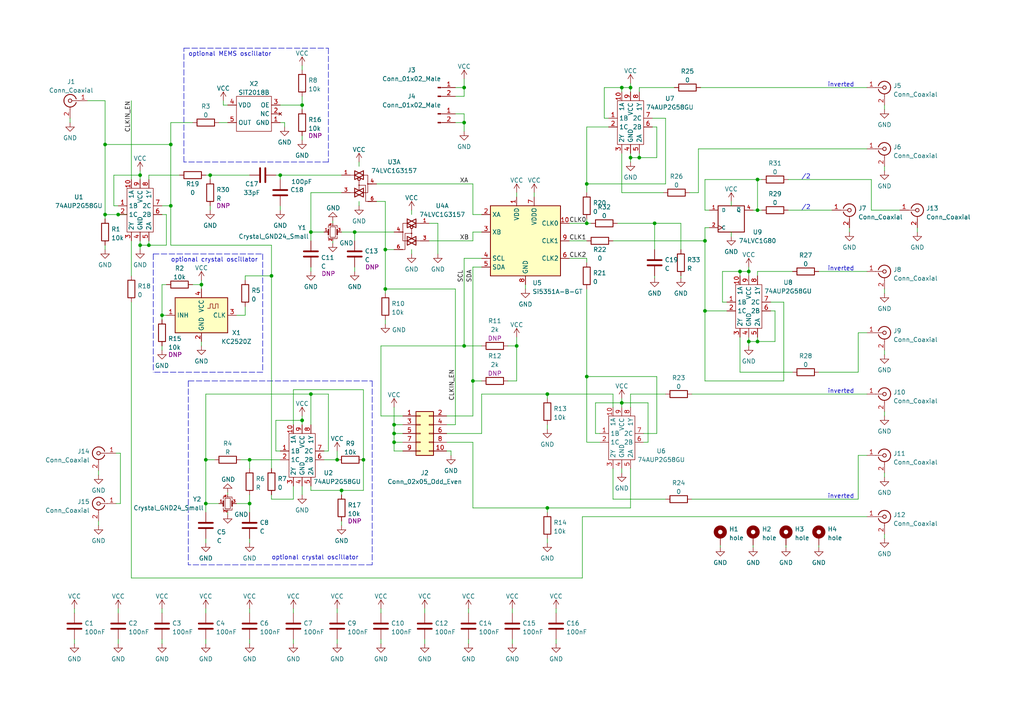
<source format=kicad_sch>
(kicad_sch (version 20211123) (generator eeschema)
  (paper "A4")
  (junction (at 114.3 128.27))
  (junction (at 170.18 109.22))
  (junction (at 204.47 90.17))
  (junction (at 30.48 62.23))
  (junction (at 170.18 64.77))
  (junction (at 34.29 62.23))
  (junction (at 182.88 25.4))
  (junction (at 182.88 45.72))
  (junction (at 81.28 50.8))
  (junction (at 49.53 41.91))
  (junction (at 180.34 25.4))
  (junction (at 137.16 110.49))
  (junction (at 72.39 146.05))
  (junction (at 217.17 78.74))
  (junction (at 219.71 52.07))
  (junction (at 90.17 67.31))
  (junction (at 87.63 30.48))
  (junction (at 49.53 59.69))
  (junction (at 180.34 116.84))
  (junction (at 59.69 146.05))
  (junction (at 87.63 121.92))
  (junction (at 134.62 100.33))
  (junction (at 40.64 71.12))
  (junction (at 72.39 133.35))
  (junction (at 134.62 25.4))
  (junction (at 149.86 100.33))
  (junction (at 90.17 114.3))
  (junction (at 170.18 53.34))
  (junction (at 111.76 72.39))
  (junction (at 58.42 82.55))
  (junction (at 111.76 83.82))
  (junction (at 219.71 60.96))
  (junction (at 185.42 45.72))
  (junction (at 217.17 99.06))
  (junction (at 114.3 123.19))
  (junction (at 97.79 133.35))
  (junction (at 189.865 64.77))
  (junction (at 114.3 125.73))
  (junction (at 134.62 35.56))
  (junction (at 78.74 80.01))
  (junction (at 158.75 114.3))
  (junction (at 105.41 133.35))
  (junction (at 46.99 91.44))
  (junction (at 59.69 133.35))
  (junction (at 40.64 50.8))
  (junction (at 158.75 147.32))
  (junction (at 99.06 142.24))
  (junction (at 219.71 99.06))
  (junction (at 60.96 50.8))
  (junction (at 204.47 69.85))
  (junction (at 43.18 71.12))
  (junction (at 214.63 78.74))
  (junction (at 30.48 41.91))
  (junction (at 102.87 67.31))
  (wire (pts (xy 49.53 59.69) (xy 49.53 41.91)))
  (wire (pts (xy 218.44 158.115) (xy 218.44 158.75)))
  (wire (pts (xy 204.47 69.85) (xy 204.47 90.17)))
  (wire (pts (xy 123.19 177.8) (xy 123.19 176.53)))
  (wire (pts (xy 105.41 133.35) (xy 105.41 142.24)))
  (wire (pts (xy 71.12 91.44) (xy 71.12 88.9)))
  (wire (pts (xy 30.48 41.91) (xy 30.48 29.21)))
  (wire (pts (xy 210.82 90.17) (xy 204.47 90.17)))
  (wire (pts (xy 170.18 64.77) (xy 170.18 63.5)))
  (wire (pts (xy 114.3 125.73) (xy 114.3 128.27)))
  (polyline (pts (xy 76.2 73.66) (xy 76.2 107.95)))
  (wire (pts (xy 30.48 63.5) (xy 30.48 62.23)))
  (wire (pts (xy 81.28 50.8) (xy 99.06 50.8)))
  (wire (pts (xy 256.54 101.6) (xy 256.54 102.87)))
  (wire (pts (xy 99.06 142.24) (xy 99.06 143.51)))
  (wire (pts (xy 85.09 144.78) (xy 78.74 144.78)))
  (wire (pts (xy 21.59 185.42) (xy 21.59 186.69)))
  (wire (pts (xy 149.86 100.33) (xy 149.86 110.49)))
  (wire (pts (xy 158.75 147.32) (xy 182.88 147.32)))
  (wire (pts (xy 60.96 52.07) (xy 60.96 50.8)))
  (wire (pts (xy 33.02 50.8) (xy 40.64 50.8)))
  (wire (pts (xy 46.99 185.42) (xy 46.99 186.69)))
  (wire (pts (xy 248.92 132.08) (xy 251.46 132.08)))
  (wire (pts (xy 182.88 44.45) (xy 182.88 45.72)))
  (wire (pts (xy 256.54 48.26) (xy 256.54 49.53)))
  (polyline (pts (xy 107.95 163.83) (xy 54.61 163.83)))
  (wire (pts (xy 214.63 78.74) (xy 214.63 80.01)))
  (wire (pts (xy 204.47 60.96) (xy 205.74 60.96)))
  (wire (pts (xy 93.98 133.35) (xy 97.79 133.35)))
  (wire (pts (xy 48.26 71.12) (xy 48.26 62.23)))
  (wire (pts (xy 137.16 62.23) (xy 139.7 62.23)))
  (wire (pts (xy 219.71 78.74) (xy 229.87 78.74)))
  (wire (pts (xy 48.26 62.23) (xy 46.99 62.23)))
  (wire (pts (xy 175.26 34.29) (xy 176.53 34.29)))
  (wire (pts (xy 217.17 78.74) (xy 214.63 78.74)))
  (wire (pts (xy 177.8 144.78) (xy 193.04 144.78)))
  (wire (pts (xy 152.4 82.55) (xy 152.4 83.82)))
  (wire (pts (xy 85.09 185.42) (xy 85.09 186.69)))
  (wire (pts (xy 102.87 77.47) (xy 102.87 78.74)))
  (polyline (pts (xy 54.61 110.49) (xy 54.61 163.83)))
  (wire (pts (xy 172.72 116.84) (xy 172.72 125.73)))
  (wire (pts (xy 33.02 50.8) (xy 33.02 59.69)))
  (wire (pts (xy 171.45 64.77) (xy 170.18 64.77)))
  (wire (pts (xy 137.16 110.49) (xy 137.16 120.65)))
  (wire (pts (xy 114.3 128.27) (xy 116.84 128.27)))
  (wire (pts (xy 186.69 128.27) (xy 187.96 128.27)))
  (wire (pts (xy 111.76 92.71) (xy 111.76 93.98)))
  (wire (pts (xy 256.54 30.48) (xy 256.54 31.75)))
  (wire (pts (xy 170.18 74.93) (xy 170.18 76.2)))
  (wire (pts (xy 68.58 146.05) (xy 72.39 146.05)))
  (wire (pts (xy 78.74 71.12) (xy 49.53 71.12)))
  (wire (pts (xy 110.49 120.65) (xy 116.84 120.65)))
  (wire (pts (xy 256.54 154.94) (xy 256.54 156.21)))
  (wire (pts (xy 180.34 25.4) (xy 175.26 25.4)))
  (wire (pts (xy 197.485 64.77) (xy 189.865 64.77)))
  (wire (pts (xy 172.72 125.73) (xy 173.99 125.73)))
  (wire (pts (xy 139.7 114.3) (xy 139.7 125.73)))
  (wire (pts (xy 175.26 25.4) (xy 175.26 34.29)))
  (wire (pts (xy 72.39 156.21) (xy 72.39 157.48)))
  (wire (pts (xy 87.63 39.37) (xy 87.63 40.64)))
  (wire (pts (xy 97.79 185.42) (xy 97.79 186.69)))
  (wire (pts (xy 252.73 60.96) (xy 260.985 60.96)))
  (wire (pts (xy 85.09 140.97) (xy 85.09 144.78)))
  (wire (pts (xy 129.54 130.81) (xy 130.81 130.81)))
  (wire (pts (xy 170.18 109.22) (xy 190.5 109.22)))
  (wire (pts (xy 237.49 78.74) (xy 251.46 78.74)))
  (wire (pts (xy 204.47 66.04) (xy 205.74 66.04)))
  (wire (pts (xy 43.18 52.07) (xy 43.18 50.8)))
  (wire (pts (xy 149.86 100.33) (xy 149.86 97.79)))
  (wire (pts (xy 137.16 128.27) (xy 129.54 128.27)))
  (wire (pts (xy 34.29 185.42) (xy 34.29 186.69)))
  (polyline (pts (xy 95.25 46.99) (xy 53.34 46.99)))
  (wire (pts (xy 114.3 123.19) (xy 114.3 125.73)))
  (wire (pts (xy 256.54 137.16) (xy 256.54 138.43)))
  (wire (pts (xy 135.89 177.8) (xy 135.89 176.53)))
  (wire (pts (xy 227.965 158.115) (xy 227.965 158.75)))
  (wire (pts (xy 193.04 53.34) (xy 170.18 53.34)))
  (wire (pts (xy 93.98 130.81) (xy 95.25 130.81)))
  (wire (pts (xy 182.88 26.67) (xy 182.88 25.4)))
  (wire (pts (xy 182.88 135.89) (xy 182.88 147.32)))
  (wire (pts (xy 173.99 128.27) (xy 170.18 128.27)))
  (wire (pts (xy 90.17 114.3) (xy 90.17 123.19)))
  (wire (pts (xy 237.49 158.115) (xy 237.49 158.75)))
  (wire (pts (xy 66.04 30.48) (xy 64.77 30.48)))
  (wire (pts (xy 154.94 57.15) (xy 154.94 55.88)))
  (wire (pts (xy 99.06 67.31) (xy 102.87 67.31)))
  (wire (pts (xy 30.48 71.12) (xy 30.48 72.39)))
  (wire (pts (xy 177.8 69.85) (xy 204.47 69.85)))
  (wire (pts (xy 209.55 78.74) (xy 209.55 87.63)))
  (wire (pts (xy 114.3 123.19) (xy 116.84 123.19)))
  (wire (pts (xy 190.5 45.72) (xy 190.5 36.83)))
  (wire (pts (xy 48.26 91.44) (xy 46.99 91.44)))
  (wire (pts (xy 40.64 52.07) (xy 40.64 50.8)))
  (wire (pts (xy 137.16 120.65) (xy 129.54 120.65)))
  (wire (pts (xy 114.3 118.11) (xy 114.3 123.19)))
  (wire (pts (xy 68.58 91.44) (xy 71.12 91.44)))
  (wire (pts (xy 95.25 114.3) (xy 90.17 114.3)))
  (wire (pts (xy 96.52 69.85) (xy 96.52 70.485)))
  (wire (pts (xy 134.62 100.33) (xy 110.49 100.33)))
  (wire (pts (xy 135.89 185.42) (xy 135.89 186.69)))
  (wire (pts (xy 90.17 67.31) (xy 90.17 69.85)))
  (wire (pts (xy 137.16 53.34) (xy 137.16 62.23)))
  (wire (pts (xy 147.32 100.33) (xy 149.86 100.33)))
  (wire (pts (xy 105.41 113.03) (xy 105.41 133.35)))
  (wire (pts (xy 104.14 48.26) (xy 104.14 46.99)))
  (wire (pts (xy 197.485 72.39) (xy 197.485 64.77)))
  (wire (pts (xy 137.16 110.49) (xy 139.7 110.49)))
  (wire (pts (xy 58.42 82.55) (xy 58.42 83.82)))
  (wire (pts (xy 60.96 59.69) (xy 60.96 60.96)))
  (wire (pts (xy 58.42 99.06) (xy 58.42 100.33)))
  (wire (pts (xy 224.79 99.06) (xy 224.79 90.17)))
  (wire (pts (xy 177.8 135.89) (xy 177.8 144.78)))
  (wire (pts (xy 55.88 82.55) (xy 58.42 82.55)))
  (wire (pts (xy 137.16 77.47) (xy 137.16 110.49)))
  (wire (pts (xy 63.5 146.05) (xy 59.69 146.05)))
  (wire (pts (xy 90.17 142.24) (xy 90.17 140.97)))
  (wire (pts (xy 30.48 41.91) (xy 30.48 62.23)))
  (wire (pts (xy 170.18 53.34) (xy 170.18 36.83)))
  (wire (pts (xy 202.565 55.88) (xy 202.565 43.18)))
  (wire (pts (xy 87.63 30.48) (xy 87.63 31.75)))
  (wire (pts (xy 132.08 27.94) (xy 134.62 27.94)))
  (wire (pts (xy 139.7 125.73) (xy 129.54 125.73)))
  (wire (pts (xy 71.12 80.01) (xy 78.74 80.01)))
  (wire (pts (xy 217.17 100.33) (xy 217.17 99.06)))
  (wire (pts (xy 224.79 90.17) (xy 223.52 90.17)))
  (wire (pts (xy 34.925 146.05) (xy 33.655 146.05)))
  (wire (pts (xy 80.01 130.81) (xy 81.28 130.81)))
  (wire (pts (xy 212.09 58.42) (xy 212.09 59.69)))
  (wire (pts (xy 38.1 29.21) (xy 38.1 52.07)))
  (wire (pts (xy 217.17 97.79) (xy 217.17 99.06)))
  (wire (pts (xy 97.79 133.35) (xy 97.79 130.81)))
  (wire (pts (xy 158.75 123.19) (xy 158.75 124.46)))
  (wire (pts (xy 38.1 87.63) (xy 38.1 167.64)))
  (wire (pts (xy 168.91 149.86) (xy 251.46 149.86)))
  (wire (pts (xy 72.39 133.35) (xy 81.28 133.35)))
  (wire (pts (xy 21.59 177.8) (xy 21.59 176.53)))
  (wire (pts (xy 124.46 64.77) (xy 127 64.77)))
  (wire (pts (xy 87.63 140.97) (xy 87.63 143.51)))
  (wire (pts (xy 81.28 52.07) (xy 81.28 50.8)))
  (wire (pts (xy 34.925 131.445) (xy 34.925 146.05)))
  (polyline (pts (xy 95.25 13.97) (xy 95.25 46.99)))
  (wire (pts (xy 187.96 128.27) (xy 187.96 116.84)))
  (wire (pts (xy 130.81 130.81) (xy 130.81 132.08)))
  (wire (pts (xy 219.71 60.96) (xy 220.98 60.96)))
  (wire (pts (xy 219.71 60.96) (xy 218.44 60.96)))
  (wire (pts (xy 134.62 35.56) (xy 134.62 38.1)))
  (wire (pts (xy 96.52 64.77) (xy 96.52 64.135)))
  (wire (pts (xy 40.64 72.39) (xy 40.64 71.12)))
  (wire (pts (xy 165.1 74.93) (xy 170.18 74.93)))
  (wire (pts (xy 165.1 69.85) (xy 170.18 69.85)))
  (wire (pts (xy 60.96 50.8) (xy 72.39 50.8)))
  (wire (pts (xy 217.17 99.06) (xy 219.71 99.06)))
  (wire (pts (xy 137.16 147.32) (xy 137.16 128.27)))
  (wire (pts (xy 214.63 97.79) (xy 214.63 107.95)))
  (wire (pts (xy 58.42 81.28) (xy 58.42 82.55)))
  (wire (pts (xy 170.18 55.88) (xy 170.18 53.34)))
  (wire (pts (xy 132.08 83.82) (xy 132.08 123.19)))
  (wire (pts (xy 80.01 121.92) (xy 80.01 130.81)))
  (wire (pts (xy 72.39 146.05) (xy 72.39 148.59)))
  (wire (pts (xy 114.3 128.27) (xy 114.3 130.81)))
  (wire (pts (xy 248.92 96.52) (xy 248.92 107.95)))
  (wire (pts (xy 185.42 44.45) (xy 185.42 45.72)))
  (wire (pts (xy 59.69 114.3) (xy 90.17 114.3)))
  (wire (pts (xy 158.75 114.3) (xy 177.8 114.3)))
  (wire (pts (xy 59.69 177.8) (xy 59.69 176.53)))
  (wire (pts (xy 161.29 177.8) (xy 161.29 176.53)))
  (wire (pts (xy 158.75 115.57) (xy 158.75 114.3)))
  (wire (pts (xy 40.64 71.12) (xy 43.18 71.12)))
  (wire (pts (xy 90.17 77.47) (xy 90.17 78.74)))
  (wire (pts (xy 165.1 64.77) (xy 170.18 64.77)))
  (wire (pts (xy 192.405 55.88) (xy 180.34 55.88)))
  (wire (pts (xy 237.49 107.95) (xy 248.92 107.95)))
  (wire (pts (xy 217.17 78.74) (xy 217.17 77.47)))
  (wire (pts (xy 46.99 82.55) (xy 48.26 82.55)))
  (wire (pts (xy 148.59 185.42) (xy 148.59 186.69)))
  (wire (pts (xy 72.39 185.42) (xy 72.39 186.69)))
  (wire (pts (xy 20.32 34.29) (xy 20.32 35.56)))
  (wire (pts (xy 43.18 71.12) (xy 48.26 71.12)))
  (wire (pts (xy 139.7 77.47) (xy 137.16 77.47)))
  (wire (pts (xy 182.88 25.4) (xy 182.88 24.13)))
  (wire (pts (xy 212.09 67.31) (xy 212.09 68.58)))
  (wire (pts (xy 158.75 114.3) (xy 139.7 114.3)))
  (wire (pts (xy 38.1 69.85) (xy 38.1 80.01)))
  (wire (pts (xy 124.46 69.85) (xy 137.16 69.85)))
  (wire (pts (xy 158.75 156.21) (xy 158.75 157.48)))
  (wire (pts (xy 204.47 60.96) (xy 204.47 52.07)))
  (wire (pts (xy 219.71 52.07) (xy 219.71 60.96)))
  (wire (pts (xy 46.99 59.69) (xy 49.53 59.69)))
  (wire (pts (xy 93.98 67.31) (xy 90.17 67.31)))
  (wire (pts (xy 104.14 58.42) (xy 104.14 59.69)))
  (polyline (pts (xy 53.34 46.99) (xy 53.34 13.97)))
  (wire (pts (xy 28.575 151.13) (xy 28.575 152.4)))
  (wire (pts (xy 217.17 80.01) (xy 217.17 78.74)))
  (wire (pts (xy 182.88 45.72) (xy 185.42 45.72)))
  (wire (pts (xy 214.63 78.74) (xy 209.55 78.74)))
  (wire (pts (xy 69.85 133.35) (xy 72.39 133.35)))
  (polyline (pts (xy 44.45 73.66) (xy 76.2 73.66)))
  (wire (pts (xy 127 64.77) (xy 127 73.66)))
  (wire (pts (xy 64.77 30.48) (xy 64.77 29.21)))
  (wire (pts (xy 132.08 33.02) (xy 134.62 33.02)))
  (wire (pts (xy 227.33 110.49) (xy 204.47 110.49)))
  (wire (pts (xy 85.09 113.03) (xy 105.41 113.03)))
  (wire (pts (xy 246.38 66.04) (xy 246.38 67.31)))
  (wire (pts (xy 182.88 114.3) (xy 193.04 114.3)))
  (wire (pts (xy 137.16 53.34) (xy 109.22 53.34)))
  (wire (pts (xy 227.33 87.63) (xy 227.33 110.49)))
  (wire (pts (xy 189.865 64.77) (xy 179.07 64.77)))
  (wire (pts (xy 99.06 142.24) (xy 90.17 142.24)))
  (wire (pts (xy 78.74 143.51) (xy 78.74 144.78)))
  (wire (pts (xy 72.39 135.89) (xy 72.39 133.35)))
  (wire (pts (xy 71.12 81.28) (xy 71.12 80.01)))
  (wire (pts (xy 85.09 123.19) (xy 85.09 113.03)))
  (polyline (pts (xy 76.2 107.95) (xy 44.45 107.95)))
  (wire (pts (xy 59.69 50.8) (xy 60.96 50.8)))
  (polyline (pts (xy 107.95 110.49) (xy 107.95 163.83)))
  (wire (pts (xy 168.91 167.64) (xy 168.91 149.86)))
  (wire (pts (xy 46.99 100.33) (xy 46.99 101.6)))
  (wire (pts (xy 36.83 62.23) (xy 34.29 62.23)))
  (wire (pts (xy 134.62 74.93) (xy 134.62 100.33)))
  (wire (pts (xy 182.88 118.11) (xy 182.88 114.3)))
  (wire (pts (xy 139.7 74.93) (xy 134.62 74.93)))
  (wire (pts (xy 134.62 33.02) (xy 134.62 35.56)))
  (wire (pts (xy 182.88 46.99) (xy 182.88 45.72)))
  (wire (pts (xy 161.29 185.42) (xy 161.29 186.69)))
  (wire (pts (xy 109.22 58.42) (xy 111.76 58.42)))
  (wire (pts (xy 137.16 69.85) (xy 137.16 67.31)))
  (wire (pts (xy 200.66 114.3) (xy 251.46 114.3)))
  (wire (pts (xy 49.53 71.12) (xy 49.53 59.69)))
  (wire (pts (xy 72.39 143.51) (xy 72.39 146.05)))
  (wire (pts (xy 111.76 72.39) (xy 114.3 72.39)))
  (wire (pts (xy 111.76 72.39) (xy 111.76 83.82)))
  (wire (pts (xy 190.5 36.83) (xy 189.23 36.83)))
  (wire (pts (xy 49.53 35.56) (xy 55.88 35.56)))
  (wire (pts (xy 34.29 177.8) (xy 34.29 176.53)))
  (wire (pts (xy 228.6 60.96) (xy 241.3 60.96)))
  (wire (pts (xy 180.34 116.84) (xy 172.72 116.84)))
  (wire (pts (xy 185.42 26.67) (xy 185.42 25.4)))
  (wire (pts (xy 87.63 121.92) (xy 87.63 120.65)))
  (wire (pts (xy 49.53 41.91) (xy 30.48 41.91)))
  (wire (pts (xy 90.17 55.88) (xy 90.17 67.31)))
  (wire (pts (xy 87.63 30.48) (xy 87.63 27.94)))
  (wire (pts (xy 148.59 177.8) (xy 148.59 176.53)))
  (wire (pts (xy 105.41 142.24) (xy 99.06 142.24)))
  (wire (pts (xy 111.76 83.82) (xy 132.08 83.82)))
  (wire (pts (xy 110.49 100.33) (xy 110.49 120.65)))
  (wire (pts (xy 256.54 119.38) (xy 256.54 120.65)))
  (wire (pts (xy 59.69 146.05) (xy 59.69 148.59)))
  (wire (pts (xy 81.28 59.69) (xy 81.28 60.96)))
  (wire (pts (xy 204.47 110.49) (xy 204.47 90.17)))
  (wire (pts (xy 132.08 123.19) (xy 129.54 123.19)))
  (wire (pts (xy 204.47 52.07) (xy 219.71 52.07)))
  (wire (pts (xy 72.39 177.8) (xy 72.39 176.53)))
  (wire (pts (xy 134.62 100.33) (xy 139.7 100.33)))
  (wire (pts (xy 46.99 91.44) (xy 46.99 82.55)))
  (wire (pts (xy 111.76 58.42) (xy 111.76 72.39)))
  (wire (pts (xy 185.42 45.72) (xy 190.5 45.72)))
  (wire (pts (xy 170.18 83.82) (xy 170.18 109.22)))
  (wire (pts (xy 219.71 97.79) (xy 219.71 99.06)))
  (wire (pts (xy 209.55 87.63) (xy 210.82 87.63)))
  (wire (pts (xy 99.06 55.88) (xy 90.17 55.88)))
  (wire (pts (xy 248.92 144.78) (xy 248.92 132.08)))
  (wire (pts (xy 158.75 147.32) (xy 137.16 147.32)))
  (wire (pts (xy 80.01 50.8) (xy 81.28 50.8)))
  (wire (pts (xy 81.28 35.56) (xy 82.55 35.56)))
  (wire (pts (xy 256.54 83.82) (xy 256.54 85.09)))
  (wire (pts (xy 132.08 35.56) (xy 134.62 35.56)))
  (wire (pts (xy 34.29 62.23) (xy 30.48 62.23)))
  (wire (pts (xy 102.87 67.31) (xy 102.87 69.85)))
  (wire (pts (xy 214.63 107.95) (xy 229.87 107.95)))
  (wire (pts (xy 85.09 177.8) (xy 85.09 176.53)))
  (wire (pts (xy 102.87 67.31) (xy 114.3 67.31)))
  (wire (pts (xy 204.47 66.04) (xy 204.47 69.85)))
  (wire (pts (xy 219.71 52.07) (xy 220.98 52.07)))
  (wire (pts (xy 180.34 118.11) (xy 180.34 116.84)))
  (wire (pts (xy 43.18 69.85) (xy 43.18 71.12)))
  (wire (pts (xy 149.86 110.49) (xy 147.32 110.49)))
  (wire (pts (xy 208.915 158.115) (xy 208.915 158.75)))
  (wire (pts (xy 49.53 41.91) (xy 49.53 35.56)))
  (wire (pts (xy 137.16 67.31) (xy 139.7 67.31)))
  (wire (pts (xy 185.42 25.4) (xy 195.58 25.4)))
  (wire (pts (xy 95.25 130.81) (xy 95.25 114.3)))
  (wire (pts (xy 189.23 34.29) (xy 193.04 34.29)))
  (wire (pts (xy 111.76 85.09) (xy 111.76 83.82)))
  (wire (pts (xy 189.865 72.39) (xy 189.865 64.77)))
  (wire (pts (xy 170.18 128.27) (xy 170.18 109.22)))
  (wire (pts (xy 46.99 177.8) (xy 46.99 176.53)))
  (wire (pts (xy 223.52 87.63) (xy 227.33 87.63)))
  (wire (pts (xy 180.34 44.45) (xy 180.34 55.88)))
  (wire (pts (xy 87.63 20.32) (xy 87.63 19.05)))
  (wire (pts (xy 78.74 71.12) (xy 78.74 80.01)))
  (wire (pts (xy 40.64 69.85) (xy 40.64 71.12)))
  (wire (pts (xy 66.04 143.51) (xy 66.04 142.875)))
  (wire (pts (xy 197.485 80.01) (xy 197.485 80.645)))
  (wire (pts (xy 248.92 96.52) (xy 251.46 96.52)))
  (wire (pts (xy 134.62 27.94) (xy 134.62 25.4)))
  (wire (pts (xy 114.3 130.81) (xy 116.84 130.81)))
  (wire (pts (xy 190.5 109.22) (xy 190.5 125.73)))
  (wire (pts (xy 46.99 91.44) (xy 46.99 92.71)))
  (wire (pts (xy 40.64 50.8) (xy 40.64 49.53)))
  (wire (pts (xy 43.18 50.8) (xy 52.07 50.8)))
  (wire (pts (xy 134.62 25.4) (xy 134.62 22.86)))
  (wire (pts (xy 38.1 167.64) (xy 168.91 167.64)))
  (wire (pts (xy 33.02 59.69) (xy 34.29 59.69)))
  (wire (pts (xy 149.86 57.15) (xy 149.86 55.88)))
  (wire (pts (xy 28.575 136.525) (xy 28.575 137.795)))
  (wire (pts (xy 119.38 72.39) (xy 119.38 73.66)))
  (wire (pts (xy 182.88 25.4) (xy 180.34 25.4)))
  (wire (pts (xy 266.065 66.04) (xy 266.065 67.31)))
  (wire (pts (xy 193.04 34.29) (xy 193.04 53.34)))
  (wire (pts (xy 228.6 52.07) (xy 252.73 52.07)))
  (wire (pts (xy 59.69 133.35) (xy 59.69 146.05)))
  (wire (pts (xy 59.69 185.42) (xy 59.69 186.69)))
  (wire (pts (xy 177.8 118.11) (xy 177.8 114.3)))
  (wire (pts (xy 180.34 135.89) (xy 180.34 137.16)))
  (wire (pts (xy 78.74 80.01) (xy 78.74 135.89)))
  (wire (pts (xy 202.565 43.18) (xy 251.46 43.18)))
  (wire (pts (xy 190.5 125.73) (xy 186.69 125.73)))
  (wire (pts (xy 33.655 131.445) (xy 34.925 131.445)))
  (wire (pts (xy 219.71 80.01) (xy 219.71 78.74)))
  (wire (pts (xy 134.62 25.4) (xy 132.08 25.4)))
  (wire (pts (xy 180.34 116.84) (xy 180.34 115.57)))
  (wire (pts (xy 99.06 151.13) (xy 99.06 152.4)))
  (wire (pts (xy 219.71 99.06) (xy 224.79 99.06)))
  (wire (pts (xy 110.49 185.42) (xy 110.49 186.69)))
  (wire (pts (xy 82.55 35.56) (xy 82.55 36.83)))
  (wire (pts (xy 189.865 80.01) (xy 189.865 80.645)))
  (wire (pts (xy 97.79 177.8) (xy 97.79 176.53)))
  (wire (pts (xy 25.4 29.21) (xy 30.48 29.21)))
  (wire (pts (xy 59.69 133.35) (xy 59.69 114.3)))
  (wire (pts (xy 203.2 25.4) (xy 251.46 25.4)))
  (wire (pts (xy 63.5 35.56) (xy 66.04 35.56)))
  (wire (pts (xy 252.73 52.07) (xy 252.73 60.96)))
  (polyline (pts (xy 54.61 110.49) (xy 107.95 110.49)))
  (polyline (pts (xy 44.45 73.66) (xy 44.45 107.95)))
  (wire (pts (xy 66.04 148.59) (xy 66.04 149.225)))
  (polyline (pts (xy 53.34 13.97) (xy 95.25 13.97)))
  (wire (pts (xy 123.19 185.42) (xy 123.19 186.69)))
  (wire (pts (xy 87.63 123.19) (xy 87.63 121.92)))
  (wire (pts (xy 119.38 60.96) (xy 119.38 62.23)))
  (wire (pts (xy 59.69 133.35) (xy 62.23 133.35)))
  (wire (pts (xy 80.01 121.92) (xy 87.63 121.92)))
  (wire (pts (xy 180.34 25.4) (xy 180.34 26.67)))
  (wire (pts (xy 200.66 144.78) (xy 248.92 144.78)))
  (wire (pts (xy 187.96 116.84) (xy 180.34 116.84)))
  (wire (pts (xy 81.28 30.48) (xy 87.63 30.48)))
  (wire (pts (xy 176.53 36.83) (xy 170.18 36.83)))
  (wire (pts (xy 110.49 177.8) (xy 110.49 176.53)))
  (wire (pts (xy 200.025 55.88) (xy 202.565 55.88)))
  (wire (pts (xy 158.75 148.59) (xy 158.75 147.32)))
  (wire (pts (xy 114.3 125.73) (xy 116.84 125.73)))
  (wire (pts (xy 59.69 156.21) (xy 59.69 157.48)))
  (text "/2" (at 232.41 52.07 0) (effects (font (size 1.27 1.27)) (justify left bottom)))
  (text "inverted" (at 240.03 114.3 0) (effects (font (size 1.27 1.27)) (justify left bottom)))
  (text "inverted" (at 240.03 25.4 0) (effects (font (size 1.27 1.27)) (justify left bottom)))
  (text "inverted" (at 240.03 78.74 0) (effects (font (size 1.27 1.27)) (justify left bottom)))
  (text "optional MEMS oscillator" (at 54.61 16.51 0) (effects (font (size 1.27 1.27)) (justify left bottom)))
  (text "/2" (at 232.41 60.96 0) (effects (font (size 1.27 1.27)) (justify left bottom)))
  (text "optional crystal oscillator" (at 78.74 162.56 0) (effects (font (size 1.27 1.27)) (justify left bottom)))
  (text "inverted" (at 240.03 144.78 0) (effects (font (size 1.27 1.27)) (justify left bottom)))
  (text "optional crystal oscillator" (at 49.53 76.2 0) (effects (font (size 1.27 1.27)) (justify left bottom)))
  (label "SDA" (at 137.16 81.915 90))
  (label "CLK2" (at 165.1 74.93 0))
  (label "CLK0" (at 165.1 64.77 0))
  (label "CLKIN_EN" (at 38.1 29.21 270))
  (label "CLK1" (at 165.1 69.85 0))
  (label "SCL" (at 134.62 81.915 90))
  (label "CLKIN_EN" (at 132.08 116.205 90))
  (label "XA" (at 133.35 53.34 0))
  (label "XB" (at 133.35 69.85 0))
  (symbol (lib_id "power:GND") (at 256.54 31.75 0) (unit 1)
    (property "Reference" "#PWR065" (effects hide))
    (property "Value" "GND" (at 256.54 36.1934 0))
  )
  (symbol (lib_id "power:GND") (at 182.88 46.99 0) (unit 1)
    (property "Reference" "#PWR060" (effects hide))
    (property "Value" "GND" (at 182.88 51.4334 0))
  )
  (symbol (lib_id "power:GND") (at 148.59 186.69 0) (unit 1)
    (property "Reference" "#PWR042" (effects hide))
    (property "Value" "GND" (at 148.59 191.1334 0))
  )
  (symbol (lib_id "Device:R") (at 87.63 35.56 180) (unit 1)
    (property "Reference" "R16" (at 89.408 34.7253 0) (effects (justify right)))
    (property "Value" "10k" (at 89.408 37.2622 0) (effects (justify right)))
    (property "Footprint" "Resistor_SMD:R_0402_1005Metric" (effects hide))
    (property "Note" "DNP" (at 91.44 39.37 0))
  )
  (symbol (lib_id "Connector:Conn_Coaxial") (at 256.54 78.74 0) (unit 1)
    (property "Reference" "J8" (at 259.08 78.1985 0) (effects (justify left)))
    (property "Value" "Conn_Coaxial" (at 259.08 80.7354 0) (effects (justify left)))
    (property "Footprint" "Si5351A:SMA-EDGE" (effects hide))
    (property "Datasheet" " ~" (effects hide))
  )
  (symbol (lib_id "power:VCC") (at 58.42 81.28 0) (unit 1)
    (property "Reference" "#PWR013" (effects hide))
    (property "Value" "VCC" (at 58.42 77.7042 0))
  )
  (symbol (lib_id "Device:C") (at 189.865 76.2 0) (unit 1)
    (property "Reference" "C19" (at 192.786 75.3653 0) (effects (justify left)))
    (property "Value" "C" (at 192.786 77.9022 0) (effects (justify left)))
    (property "Footprint" "Capacitor_SMD:C_0402_1005Metric" (effects hide))
  )
  (symbol (lib_id "power:GND") (at 256.54 156.21 0) (unit 1)
    (property "Reference" "#PWR072" (effects hide))
    (property "Value" "GND" (at 256.54 160.6534 0))
  )
  (symbol (lib_id "Oscillator:Si5351A-B-GT") (at 152.4 69.85 0) (unit 1)
    (property "Reference" "U5" (at 154.4194 82.0404 0) (effects (justify left)))
    (property "Value" "Si5351A-B-GT" (at 154.4194 84.5773 0) (effects (justify left)))
    (property "Footprint" "Package_SO:MSOP-10_3x3mm_P0.5mm" (effects hide))
    (property "Datasheet" "https://www.skyworksinc.com/-/media/Skyworks/SL/documents/public/data-sheets/Si5351-B.pdf" (effects hide))
    (property "Manufacturer" "Skyworks" (effects hide))
    (property "Part Number" "Si5351A-B-GTR" (effects hide))
  )
  (symbol (lib_id "power:GND") (at 130.81 132.08 0) (unit 1)
    (property "Reference" "#PWR048" (effects hide))
    (property "Value" "GND" (at 130.81 136.5234 0))
  )
  (symbol (lib_id "power:GND") (at 158.75 124.46 0) (unit 1)
    (property "Reference" "#PWR053" (effects hide))
    (property "Value" "GND" (at 158.75 128.9034 0))
  )
  (symbol (lib_id "Si5351A:74AUP2G58GU") (at 217.17 88.9 0) (unit 1)
    (property "Reference" "U8" (at 228.5741 81.9235 0))
    (property "Value" "74AUP2G58GU" (at 228.5741 84.4604 0))
    (property "Footprint" "Si5351A:XQFN10" (effects hide))
    (property "Datasheet" "https://assets.nexperia.com/documents/data-sheet/74AUP2G58.pdf" (effects hide))
    (property "Manufacturer" "Nexperia" (effects hide))
    (property "Part Number" "74AUP2G58GUX" (effects hide))
  )
  (symbol (lib_id "Device:R") (at 46.99 96.52 180) (unit 1)
    (property "Reference" "R15" (at 48.768 98.2253 0) (effects (justify right)))
    (property "Value" "10k" (at 48.768 100.7622 0) (effects (justify right)))
    (property "Footprint" "Resistor_SMD:R_0402_1005Metric" (effects hide))
    (property "Note" "DNP" (at 50.8 102.87 0))
  )
  (symbol (lib_id "Device:R") (at 60.96 55.88 180) (unit 1)
    (property "Reference" "R30" (at 62.738 55.0453 0) (effects (justify right)))
    (property "Value" "R" (at 62.738 57.5822 0) (effects (justify right)))
    (property "Footprint" "Resistor_SMD:R_0402_1005Metric" (effects hide))
    (property "Note" "DNP" (at 64.77 59.69 0))
  )
  (symbol (lib_id "Device:R") (at 111.76 88.9 0) (unit 1)
    (property "Reference" "R10" (at 113.538 88.0653 0) (effects (justify left)))
    (property "Value" "10k" (at 113.538 90.6022 0) (effects (justify left)))
    (property "Footprint" "Resistor_SMD:R_0402_1005Metric" (effects hide))
  )
  (symbol (lib_id "power:GND") (at 119.38 73.66 0) (unit 1)
    (property "Reference" "#PWR044" (effects hide))
    (property "Value" "GND" (at 119.38 78.1034 0))
  )
  (symbol (lib_id "74xGxx:74LVC1G3157") (at 104.14 53.34 0) (mirror y) (unit 1)
    (property "Reference" "U3" (at 114.3 46.99 0))
    (property "Value" "74LVC1G3157" (at 114.3 49.53 0))
    (property "Footprint" "Si5351A:XSON6" (effects hide))
    (property "Datasheet" "https://assets.nexperia.com/documents/data-sheet/74LVC1G3157.pdf" (effects hide))
    (property "Manufacturer" "Nexperia" (effects hide))
    (property "Part Number" "74LVC1G3157GM,115" (effects hide))
  )
  (symbol (lib_id "Connector_Generic:Conn_02x05_Odd_Even") (at 121.92 125.73 0) (unit 1)
    (property "Reference" "J2" (at 123.19 137.16 0))
    (property "Value" "Conn_02x05_Odd_Even" (at 123.19 139.7 0))
    (property "Footprint" "Connector_PinHeader_2.54mm:PinHeader_2x05_P2.54mm_Vertical" (effects hide))
  )
  (symbol (lib_id "Device:C") (at 110.49 181.61 0) (unit 1)
    (property "Reference" "C10" (at 113.411 180.7753 0) (effects (justify left)))
    (property "Value" "100nF" (at 113.411 183.3122 0) (effects (justify left)))
    (property "Footprint" "Capacitor_SMD:C_0402_1005Metric" (effects hide))
  )
  (symbol (lib_id "Device:R") (at 196.85 114.3 270) (unit 1)
    (property "Reference" "R23" (at 196.85 109.5842 90))
    (property "Value" "0" (at 196.85 112.1211 90))
    (property "Footprint" "Resistor_SMD:R_0402_1005Metric" (effects hide))
  )
  (symbol (lib_id "power:VCC") (at 110.49 176.53 0) (unit 1)
    (property "Reference" "#PWR028" (effects hide))
    (property "Value" "VCC" (at 110.49 172.9542 0))
  )
  (symbol (lib_id "Si5351A:SiT2018B") (at 73.66 33.02 90) (unit 1)
    (property "Reference" "X2" (at 73.66 24.291 90))
    (property "Value" "SiT2018B" (at 73.66 26.8279 90))
    (property "Footprint" "Package_TO_SOT_SMD:SOT-23-5" (effects hide))
    (property "Datasheet" "https://www.sitime.com/support/resource-library/datasheets/sit2018-datasheet" (effects hide))
    (property "Manufacturer" "SiTime" (effects hide))
    (property "Part Number" "SIT2018BEAS1-33N-27.000000E" (effects hide))
  )
  (symbol (lib_id "Device:R") (at 99.06 147.32 180) (unit 1)
    (property "Reference" "R17" (at 100.838 146.4853 0) (effects (justify right)))
    (property "Value" "10k" (at 100.838 149.0222 0) (effects (justify right)))
    (property "Footprint" "Resistor_SMD:R_0402_1005Metric" (effects hide))
    (property "Note" "DNP" (at 102.87 151.13 0))
  )
  (symbol (lib_id "power:GND") (at 256.54 138.43 0) (unit 1)
    (property "Reference" "#PWR071" (effects hide))
    (property "Value" "GND" (at 256.54 142.8734 0))
  )
  (symbol (lib_id "Device:C") (at 161.29 181.61 0) (unit 1)
    (property "Reference" "C16" (at 164.211 180.7753 0) (effects (justify left)))
    (property "Value" "100nF" (at 164.211 183.3122 0) (effects (justify left)))
    (property "Footprint" "Capacitor_SMD:C_0402_1005Metric" (effects hide))
  )
  (symbol (lib_id "power:GND") (at 20.32 35.56 0) (unit 1)
    (property "Reference" "#PWR01" (effects hide))
    (property "Value" "GND" (at 20.32 40.0034 0))
  )
  (symbol (lib_id "power:GND") (at 152.4 83.82 0) (unit 1)
    (property "Reference" "#PWR051" (effects hide))
    (property "Value" "GND" (at 152.4 88.2634 0))
  )
  (symbol (lib_id "Device:R") (at 196.85 144.78 270) (unit 1)
    (property "Reference" "R24" (at 196.85 140.0642 90))
    (property "Value" "0" (at 196.85 142.6011 90))
    (property "Footprint" "Resistor_SMD:R_0402_1005Metric" (effects hide))
  )
  (symbol (lib_id "power:VCC") (at 149.86 97.79 0) (unit 1)
    (property "Reference" "#PWR050" (effects hide))
    (property "Value" "VCC" (at 149.86 94.2142 0))
  )
  (symbol (lib_id "Connector:Conn_01x02_Male") (at 127 25.4 0) (unit 1)
    (property "Reference" "J3" (at 119.38 20.32 0))
    (property "Value" "Conn_01x02_Male" (at 119.38 22.86 0))
    (property "Footprint" "Connector_PinHeader_2.54mm:PinHeader_1x02_P2.54mm_Vertical" (effects hide))
  )
  (symbol (lib_id "power:GND") (at 60.96 60.96 0) (unit 1)
    (property "Reference" "#PWR076" (effects hide))
    (property "Value" "GND" (at 60.96 65.4034 0))
  )
  (symbol (lib_id "power:VCC") (at 21.59 176.53 0) (unit 1)
    (property "Reference" "#PWR02" (effects hide))
    (property "Value" "VCC" (at 21.59 172.9542 0))
  )
  (symbol (lib_id "Device:R") (at 158.75 119.38 180) (unit 1)
    (property "Reference" "R13" (at 160.528 118.5453 0) (effects (justify right)))
    (property "Value" "10k" (at 160.528 121.0822 0) (effects (justify right)))
    (property "Footprint" "Resistor_SMD:R_0402_1005Metric" (effects hide))
  )
  (symbol (lib_id "Device:R") (at 173.99 69.85 270) (unit 1)
    (property "Reference" "R22" (at 173.99 72.39 90))
    (property "Value" "0" (at 173.99 74.9269 90))
    (property "Footprint" "Resistor_SMD:R_0402_1005Metric" (effects hide))
  )
  (symbol (lib_id "power:GND") (at 46.99 186.69 0) (unit 1)
    (property "Reference" "#PWR010" (effects hide))
    (property "Value" "GND" (at 46.99 191.1334 0))
  )
  (symbol (lib_id "power:GND") (at 66.04 142.875 180) (unit 1)
    (property "Reference" "#PWR0104" (effects hide))
    (property "Value" "GND" (at 64.135 139.065 0) (effects (justify right)))
  )
  (symbol (lib_id "Device:C") (at 90.17 73.66 0) (unit 1)
    (property "Reference" "C11" (at 93.091 74.7303 0) (effects (justify left)))
    (property "Value" "C" (at 93.091 77.2672 0) (effects (justify left)))
    (property "Footprint" "Capacitor_SMD:C_0402_1005Metric" (effects hide))
    (property "Note" "DNP" (at 95.25 79.375 0))
  )
  (symbol (lib_id "74xGxx:74AUP1G80") (at 212.09 63.5 0) (unit 1)
    (property "Reference" "U9" (at 219.71 67.31 0))
    (property "Value" "74LVC1G80" (at 219.71 69.85 0))
    (property "Footprint" "Package_TO_SOT_SMD:SOT-353_SC-70-5" (effects hide))
    (property "Datasheet" "https://www.ti.com/lit/gpn/sn74lvc1g80" (effects hide))
    (property "Manufacturer" "Texas Instruments" (effects hide))
    (property "Part Number" "SN74LVC1G80DCKR" (effects hide))
  )
  (symbol (lib_id "power:VCC") (at 148.59 176.53 0) (unit 1)
    (property "Reference" "#PWR041" (effects hide))
    (property "Value" "VCC" (at 148.59 172.9542 0))
  )
  (symbol (lib_id "Device:R") (at 87.63 24.13 0) (unit 1)
    (property "Reference" "R8" (at 89.408 23.2953 0) (effects (justify left)))
    (property "Value" "10k" (at 89.408 25.8322 0) (effects (justify left)))
    (property "Footprint" "Resistor_SMD:R_0402_1005Metric" (effects hide))
  )
  (symbol (lib_id "power:VCC") (at 114.3 118.11 0) (unit 1)
    (property "Reference" "#PWR040" (effects hide))
    (property "Value" "VCC" (at 114.3 114.5342 0))
  )
  (symbol (lib_id "power:GND") (at 256.54 102.87 0) (unit 1)
    (property "Reference" "#PWR069" (effects hide))
    (property "Value" "GND" (at 256.54 107.3134 0))
  )
  (symbol (lib_id "power:VCC") (at 119.38 60.96 0) (unit 1)
    (property "Reference" "#PWR043" (effects hide))
    (property "Value" "VCC" (at 119.38 57.3842 0))
  )
  (symbol (lib_id "Device:C") (at 97.79 181.61 0) (unit 1)
    (property "Reference" "C9" (at 100.711 180.7753 0) (effects (justify left)))
    (property "Value" "100nF" (at 100.711 183.3122 0) (effects (justify left)))
    (property "Footprint" "Capacitor_SMD:C_0402_1005Metric" (effects hide))
  )
  (symbol (lib_id "Device:R") (at 196.215 55.88 270) (unit 1)
    (property "Reference" "R26" (at 196.215 51.1642 90))
    (property "Value" "0" (at 196.215 53.7011 90))
    (property "Footprint" "Resistor_SMD:R_0402_1005Metric" (effects hide))
  )
  (symbol (lib_id "power:GND") (at 96.52 70.485 0) (unit 1)
    (property "Reference" "#PWR0101" (effects hide))
    (property "Value" "GND" (at 98.425 70.485 0) (effects (justify left)))
  )
  (symbol (lib_id "power:GND") (at 87.63 143.51 0) (unit 1)
    (property "Reference" "#PWR027" (effects hide))
    (property "Value" "GND" (at 87.63 147.9534 0))
  )
  (symbol (lib_id "power:GND") (at 81.28 60.96 0) (unit 1)
    (property "Reference" "#PWR077" (effects hide))
    (property "Value" "GND" (at 81.28 65.4034 0))
  )
  (symbol (lib_id "Device:C") (at 85.09 181.61 0) (unit 1)
    (property "Reference" "C7" (at 88.011 180.7753 0) (effects (justify left)))
    (property "Value" "100nF" (at 88.011 183.3122 0) (effects (justify left)))
    (property "Footprint" "Capacitor_SMD:C_0402_1005Metric" (effects hide))
  )
  (symbol (lib_id "Device:C") (at 148.59 181.61 0) (unit 1)
    (property "Reference" "C15" (at 151.511 180.7753 0) (effects (justify left)))
    (property "Value" "100nF" (at 151.511 183.3122 0) (effects (justify left)))
    (property "Footprint" "Capacitor_SMD:C_0402_1005Metric" (effects hide))
  )
  (symbol (lib_id "power:GND") (at 161.29 186.69 0) (unit 1)
    (property "Reference" "#PWR046" (effects hide))
    (property "Value" "GND" (at 161.29 191.1334 0))
  )
  (symbol (lib_id "Mechanical:MountingHole_Pad") (at 208.915 155.575 0) (unit 1)
    (property "Reference" "H1" (at 211.455 153.4703 0) (effects (justify left)))
    (property "Value" "hole" (at 211.455 156.0072 0) (effects (justify left)))
    (property "Footprint" "MountingHole:MountingHole_2.2mm_M2_Pad_Via" (effects hide))
  )
  (symbol (lib_id "Si5351A:74AUP2G58GU") (at 182.88 35.56 0) (unit 1)
    (property "Reference" "U7" (at 194.2841 28.5835 0))
    (property "Value" "74AUP2G58GU" (at 194.2841 31.1204 0))
    (property "Footprint" "Si5351A:XQFN10" (effects hide))
    (property "Datasheet" "https://assets.nexperia.com/documents/data-sheet/74AUP2G58.pdf" (effects hide))
    (property "Manufacturer" "Nexperia" (effects hide))
    (property "Part Number" "74AUP2G58GUX" (effects hide))
  )
  (symbol (lib_id "power:GND") (at 180.34 137.16 0) (unit 1)
    (property "Reference" "#PWR058" (effects hide))
    (property "Value" "GND" (at 180.34 141.6034 0))
  )
  (symbol (lib_id "power:VCC") (at 64.77 29.21 0) (unit 1)
    (property "Reference" "#PWR018" (effects hide))
    (property "Value" "VCC" (at 64.77 25.6342 0))
  )
  (symbol (lib_id "Connector:Conn_01x02_Male") (at 127 33.02 0) (unit 1)
    (property "Reference" "J4" (at 119.38 27.94 0))
    (property "Value" "Conn_01x02_Male" (at 119.38 30.48 0))
    (property "Footprint" "Connector_PinHeader_2.54mm:PinHeader_1x02_P2.54mm_Vertical" (effects hide))
  )
  (symbol (lib_id "Device:R") (at 66.04 133.35 90) (unit 1)
    (property "Reference" "R4" (at 66.04 128.6342 90))
    (property "Value" "R" (at 66.04 131.1711 90))
    (property "Footprint" "Resistor_SMD:R_0402_1005Metric" (effects hide))
  )
  (symbol (lib_id "Device:C") (at 34.29 181.61 0) (unit 1)
    (property "Reference" "C2" (at 37.211 180.7753 0) (effects (justify left)))
    (property "Value" "100nF" (at 37.211 183.3122 0) (effects (justify left)))
    (property "Footprint" "Capacitor_SMD:C_0402_1005Metric" (effects hide))
  )
  (symbol (lib_id "power:GND") (at 134.62 38.1 0) (unit 1)
    (property "Reference" "#PWR056" (effects hide))
    (property "Value" "GND" (at 134.62 42.5434 0))
  )
  (symbol (lib_id "power:GND") (at 30.48 72.39 0) (unit 1)
    (property "Reference" "#PWR04" (effects hide))
    (property "Value" "GND" (at 30.48 76.8334 0))
  )
  (symbol (lib_id "power:VCC") (at 34.29 176.53 0) (unit 1)
    (property "Reference" "#PWR05" (effects hide))
    (property "Value" "VCC" (at 34.29 172.9542 0))
  )
  (symbol (lib_id "power:GND") (at 111.76 93.98 0) (unit 1)
    (property "Reference" "#PWR039" (effects hide))
    (property "Value" "GND" (at 113.665 95.6838 0) (effects (justify left)))
  )
  (symbol (lib_id "power:GND") (at 46.99 101.6 0) (unit 1)
    (property "Reference" "#PWR073" (effects hide))
    (property "Value" "GND" (at 46.99 106.0434 0))
  )
  (symbol (lib_id "Mechanical:MountingHole_Pad") (at 218.44 155.575 0) (unit 1)
    (property "Reference" "H2" (at 220.98 153.4703 0) (effects (justify left)))
    (property "Value" "hole" (at 220.98 156.0072 0) (effects (justify left)))
    (property "Footprint" "MountingHole:MountingHole_2.2mm_M2_Pad_Via" (effects hide))
  )
  (symbol (lib_id "Connector:Conn_Coaxial") (at 256.54 96.52 0) (unit 1)
    (property "Reference" "J9" (at 259.08 95.9785 0) (effects (justify left)))
    (property "Value" "Conn_Coaxial" (at 259.08 98.5154 0) (effects (justify left)))
    (property "Footprint" "Si5351A:SMA-EDGE" (effects hide))
    (property "Datasheet" " ~" (effects hide))
  )
  (symbol (lib_id "Device:R") (at 197.485 76.2 0) (unit 1)
    (property "Reference" "R33" (at 199.263 75.3653 0) (effects (justify left)))
    (property "Value" "R" (at 199.263 77.9022 0) (effects (justify left)))
    (property "Footprint" "Resistor_SMD:R_0402_1005Metric" (effects hide))
  )
  (symbol (lib_id "power:GND") (at 266.065 67.31 0) (unit 1)
    (property "Reference" "#PWR078" (effects hide))
    (property "Value" "GND" (at 266.065 71.7534 0))
  )
  (symbol (lib_id "Device:R") (at 170.18 59.69 0) (unit 1)
    (property "Reference" "R20" (at 171.958 58.8553 0) (effects (justify left)))
    (property "Value" "0" (at 171.958 61.3922 0) (effects (justify left)))
    (property "Footprint" "Resistor_SMD:R_0402_1005Metric" (effects hide))
  )
  (symbol (lib_id "Connector:Conn_Coaxial") (at 28.575 146.05 0) (mirror y) (unit 1)
    (property "Reference" "J15" (at 26.035 145.5085 0) (effects (justify left)))
    (property "Value" "Conn_Coaxial" (at 26.035 148.0454 0) (effects (justify left)))
    (property "Footprint" "Si5351A:SMA-EDGE" (effects hide))
    (property "Datasheet" " ~" (effects hide))
  )
  (symbol (lib_id "power:GND") (at 21.59 186.69 0) (unit 1)
    (property "Reference" "#PWR03" (effects hide))
    (property "Value" "GND" (at 21.59 191.1334 0))
  )
  (symbol (lib_id "power:GND") (at 34.29 186.69 0) (unit 1)
    (property "Reference" "#PWR06" (effects hide))
    (property "Value" "GND" (at 34.29 191.1334 0))
  )
  (symbol (lib_id "Device:R") (at 38.1 83.82 0) (unit 1)
    (property "Reference" "R18" (at 39.878 82.9853 0) (effects (justify left)))
    (property "Value" "0" (at 39.878 85.5222 0) (effects (justify left)))
    (property "Footprint" "Resistor_SMD:R_0402_1005Metric" (effects hide))
  )
  (symbol (lib_id "power:GND") (at 58.42 100.33 0) (unit 1)
    (property "Reference" "#PWR014" (effects hide))
    (property "Value" "GND" (at 58.42 104.7734 0))
  )
  (symbol (lib_id "power:GND") (at 158.75 157.48 0) (unit 1)
    (property "Reference" "#PWR054" (effects hide))
    (property "Value" "GND" (at 158.75 161.9234 0))
  )
  (symbol (lib_id "Device:R") (at 72.39 139.7 180) (unit 1)
    (property "Reference" "R6" (at 74.168 138.8653 0) (effects (justify right)))
    (property "Value" "R" (at 74.168 141.4022 0) (effects (justify right)))
    (property "Footprint" "Resistor_SMD:R_0402_1005Metric" (effects hide))
  )
  (symbol (lib_id "Mechanical:MountingHole_Pad") (at 237.49 155.575 0) (unit 1)
    (property "Reference" "H4" (at 240.03 153.4703 0) (effects (justify left)))
    (property "Value" "hole" (at 240.03 156.0072 0) (effects (justify left)))
    (property "Footprint" "MountingHole:MountingHole_2.2mm_M2_Pad_Via" (effects hide))
  )
  (symbol (lib_id "power:GND") (at 212.09 68.58 0) (unit 1)
    (property "Reference" "#PWR064" (effects hide))
    (property "Value" "GND" (at 212.09 73.0234 0))
  )
  (symbol (lib_id "power:VCC") (at 87.63 120.65 0) (unit 1)
    (property "Reference" "#PWR026" (effects hide))
    (property "Value" "VCC" (at 87.63 117.0742 0))
  )
  (symbol (lib_id "power:GND") (at 97.79 186.69 0) (unit 1)
    (property "Reference" "#PWR023" (effects hide))
    (property "Value" "GND" (at 97.79 191.1334 0))
  )
  (symbol (lib_id "power:GND") (at 102.87 78.74 0) (unit 1)
    (property "Reference" "#PWR034" (effects hide))
    (property "Value" "GND" (at 102.87 83.1834 0))
  )
  (symbol (lib_id "Device:R") (at 175.26 64.77 90) (unit 1)
    (property "Reference" "R32" (at 175.26 60.0542 90))
    (property "Value" "0" (at 175.26 62.5911 90))
    (property "Footprint" "Resistor_SMD:R_0402_1005Metric" (effects hide))
  )
  (symbol (lib_id "Device:R") (at 101.6 133.35 90) (unit 1)
    (property "Reference" "R9" (at 101.6 128.6342 90))
    (property "Value" "10k" (at 101.6 131.1711 90))
    (property "Footprint" "Resistor_SMD:R_0402_1005Metric" (effects hide))
  )
  (symbol (lib_id "power:GND") (at 59.69 157.48 0) (unit 1)
    (property "Reference" "#PWR015" (effects hide))
    (property "Value" "GND" (at 59.69 161.9234 0))
  )
  (symbol (lib_id "Device:C") (at 135.89 181.61 0) (unit 1)
    (property "Reference" "C14" (at 138.811 180.7753 0) (effects (justify left)))
    (property "Value" "100nF" (at 138.811 183.3122 0) (effects (justify left)))
    (property "Footprint" "Capacitor_SMD:C_0402_1005Metric" (effects hide))
  )
  (symbol (lib_id "Device:C") (at 46.99 181.61 0) (unit 1)
    (property "Reference" "C3" (at 49.911 180.7753 0) (effects (justify left)))
    (property "Value" "100nF" (at 49.911 183.3122 0) (effects (justify left)))
    (property "Footprint" "Capacitor_SMD:C_0402_1005Metric" (effects hide))
  )
  (symbol (lib_id "power:GND") (at 246.38 67.31 0) (unit 1)
    (property "Reference" "#PWR067" (effects hide))
    (property "Value" "GND" (at 246.38 71.7534 0))
  )
  (symbol (lib_id "Device:R") (at 59.69 35.56 270) (unit 1)
    (property "Reference" "R3" (at 59.69 30.8442 90))
    (property "Value" "0" (at 59.69 33.3811 90))
    (property "Footprint" "Resistor_SMD:R_0402_1005Metric" (effects hide))
  )
  (symbol (lib_id "power:GND") (at 72.39 157.48 0) (unit 1)
    (property "Reference" "#PWR021" (effects hide))
    (property "Value" "GND" (at 72.39 161.9234 0))
  )
  (symbol (lib_id "power:GND") (at 82.55 36.83 0) (unit 1)
    (property "Reference" "#PWR024" (effects hide))
    (property "Value" "GND" (at 82.55 41.2734 0))
  )
  (symbol (lib_id "power:VCC") (at 97.79 130.81 0) (unit 1)
    (property "Reference" "#PWR033" (effects hide))
    (property "Value" "VCC" (at 97.79 127.2342 0))
  )
  (symbol (lib_id "Device:R") (at 30.48 67.31 0) (unit 1)
    (property "Reference" "R1" (at 32.258 66.4753 0) (effects (justify left)))
    (property "Value" "10k" (at 32.258 69.0122 0) (effects (justify left)))
    (property "Footprint" "Resistor_SMD:R_0402_1005Metric" (effects hide))
  )
  (symbol (lib_id "Connector:Conn_Coaxial") (at 256.54 25.4 0) (unit 1)
    (property "Reference" "J5" (at 259.08 24.8585 0) (effects (justify left)))
    (property "Value" "Conn_Coaxial" (at 259.08 27.3954 0) (effects (justify left)))
    (property "Footprint" "Si5351A:SMA-EDGE" (effects hide))
    (property "Datasheet" " ~" (effects hide))
  )
  (symbol (lib_id "power:VCC") (at 134.62 22.86 0) (unit 1)
    (property "Reference" "#PWR055" (effects hide))
    (property "Value" "VCC" (at 134.62 19.2842 0))
  )
  (symbol (lib_id "power:GND") (at 66.04 149.225 0) (unit 1)
    (property "Reference" "#PWR0103" (effects hide))
    (property "Value" "GND" (at 67.945 149.225 0) (effects (justify left)))
  )
  (symbol (lib_id "Device:R") (at 233.68 107.95 270) (unit 1)
    (property "Reference" "R28" (at 233.68 103.2342 90))
    (property "Value" "0" (at 233.68 105.7711 90))
    (property "Footprint" "Resistor_SMD:R_0402_1005Metric" (effects hide))
  )
  (symbol (lib_id "power:VCC") (at 212.09 58.42 0) (unit 1)
    (property "Reference" "#PWR063" (effects hide))
    (property "Value" "VCC" (at 212.09 54.8442 0))
  )
  (symbol (lib_id "Device:C") (at 72.39 152.4 0) (unit 1)
    (property "Reference" "C8" (at 75.311 151.5653 0) (effects (justify left)))
    (property "Value" "C" (at 75.311 154.1022 0) (effects (justify left)))
    (property "Footprint" "Capacitor_SMD:C_0402_1005Metric" (effects hide))
  )
  (symbol (lib_id "power:GND") (at 237.49 158.75 0) (unit 1)
    (property "Reference" "#PWR082" (effects hide))
    (property "Value" "GND" (at 237.49 163.1934 0))
  )
  (symbol (lib_id "Device:R") (at 233.68 78.74 270) (unit 1)
    (property "Reference" "R27" (at 233.68 74.0242 90))
    (property "Value" "0" (at 233.68 76.5611 90))
    (property "Footprint" "Resistor_SMD:R_0402_1005Metric" (effects hide))
  )
  (symbol (lib_id "Device:R") (at 78.74 139.7 180) (unit 1)
    (property "Reference" "R7" (at 80.518 138.8653 0) (effects (justify right)))
    (property "Value" "0" (at 80.518 141.4022 0) (effects (justify right)))
    (property "Footprint" "Resistor_SMD:R_0402_1005Metric" (effects hide))
  )
  (symbol (lib_id "power:VCC") (at 217.17 77.47 0) (unit 1)
    (property "Reference" "#PWR061" (effects hide))
    (property "Value" "VCC" (at 217.17 73.8942 0))
  )
  (symbol (lib_id "power:VCC") (at 135.89 176.53 0) (unit 1)
    (property "Reference" "#PWR037" (effects hide))
    (property "Value" "VCC" (at 135.89 172.9542 0))
  )
  (symbol (lib_id "Device:C") (at 123.19 181.61 0) (unit 1)
    (property "Reference" "C12" (at 126.111 180.7753 0) (effects (justify left)))
    (property "Value" "100nF" (at 126.111 183.3122 0) (effects (justify left)))
    (property "Footprint" "Capacitor_SMD:C_0402_1005Metric" (effects hide))
  )
  (symbol (lib_id "power:GND") (at 227.965 158.75 0) (unit 1)
    (property "Reference" "#PWR081" (effects hide))
    (property "Value" "GND" (at 227.965 163.1934 0))
  )
  (symbol (lib_id "Connector:Conn_Coaxial") (at 246.38 60.96 0) (unit 1)
    (property "Reference" "J7" (at 248.92 60.4185 0) (effects (justify left)))
    (property "Value" "Conn_Coaxial" (at 248.92 62.9554 0) (effects (justify left)))
    (property "Footprint" "Si5351A:SMA-EDGE" (effects hide))
    (property "Datasheet" " ~" (effects hide))
  )
  (symbol (lib_id "Device:Crystal_GND24_Small") (at 96.52 67.31 0) (unit 1)
    (property "Reference" "Y1" (at 87.63 66.04 0))
    (property "Value" "Crystal_GND24_Small" (at 79.375 68.58 0))
    (property "Footprint" "Crystal:Crystal_SMD_3225-4Pin_3.2x2.5mm" (effects hide))
  )
  (symbol (lib_id "Device:R") (at 71.12 85.09 180) (unit 1)
    (property "Reference" "R5" (at 72.898 84.2553 0) (effects (justify right)))
    (property "Value" "0" (at 72.898 86.7922 0) (effects (justify right)))
    (property "Footprint" "Resistor_SMD:R_0402_1005Metric" (effects hide))
  )
  (symbol (lib_id "power:GND") (at 59.69 186.69 0) (unit 1)
    (property "Reference" "#PWR012" (effects hide))
    (property "Value" "GND" (at 59.69 191.1334 0))
  )
  (symbol (lib_id "power:VCC") (at 182.88 24.13 0) (unit 1)
    (property "Reference" "#PWR059" (effects hide))
    (property "Value" "VCC" (at 182.88 20.5542 0))
  )
  (symbol (lib_id "power:VCC") (at 149.86 55.88 0) (unit 1)
    (property "Reference" "#PWR049" (effects hide))
    (property "Value" "VCC" (at 149.86 52.3042 0))
  )
  (symbol (lib_id "power:GND") (at 208.915 158.75 0) (unit 1)
    (property "Reference" "#PWR079" (effects hide))
    (property "Value" "GND" (at 208.915 163.1934 0))
  )
  (symbol (lib_id "power:VCC") (at 97.79 176.53 0) (unit 1)
    (property "Reference" "#PWR022" (effects hide))
    (property "Value" "VCC" (at 97.79 172.9542 0))
  )
  (symbol (lib_id "Device:C") (at 102.87 73.66 0) (unit 1)
    (property "Reference" "C13" (at 105.791 72.8253 0) (effects (justify left)))
    (property "Value" "C" (at 105.791 75.3622 0) (effects (justify left)))
    (property "Footprint" "Capacitor_SMD:C_0402_1005Metric" (effects hide))
    (property "Note" "DNP" (at 107.95 77.47 0))
  )
  (symbol (lib_id "power:GND") (at 197.485 80.645 0) (unit 1)
    (property "Reference" "#PWR0105" (effects hide))
    (property "Value" "GND" (at 197.485 85.0884 0))
  )
  (symbol (lib_id "power:GND") (at 85.09 186.69 0) (unit 1)
    (property "Reference" "#PWR020" (effects hide))
    (property "Value" "GND" (at 85.09 191.1334 0))
  )
  (symbol (lib_id "Device:R") (at 52.07 82.55 90) (unit 1)
    (property "Reference" "R2" (at 52.07 77.8342 90))
    (property "Value" "10k" (at 52.07 80.3711 90))
    (property "Footprint" "Resistor_SMD:R_0402_1005Metric" (effects hide))
  )
  (symbol (lib_id "Device:R") (at 55.88 50.8 270) (unit 1)
    (property "Reference" "R19" (at 55.88 53.34 90))
    (property "Value" "0" (at 55.88 55.8769 90))
    (property "Footprint" "Resistor_SMD:R_0402_1005Metric" (effects hide))
  )
  (symbol (lib_id "Device:R") (at 224.79 52.07 270) (unit 1)
    (property "Reference" "R31" (at 224.79 47.3542 90))
    (property "Value" "0" (at 224.79 49.8911 90))
    (property "Footprint" "Resistor_SMD:R_0402_1005Metric" (effects hide))
  )
  (symbol (lib_id "power:GND") (at 256.54 49.53 0) (unit 1)
    (property "Reference" "#PWR066" (effects hide))
    (property "Value" "GND" (at 256.54 53.9734 0))
  )
  (symbol (lib_id "power:VCC") (at 72.39 176.53 0) (unit 1)
    (property "Reference" "#PWR016" (effects hide))
    (property "Value" "VCC" (at 72.39 172.9542 0))
  )
  (symbol (lib_id "power:VCC") (at 123.19 176.53 0) (unit 1)
    (property "Reference" "#PWR031" (effects hide))
    (property "Value" "VCC" (at 123.19 172.9542 0))
  )
  (symbol (lib_id "power:VCC") (at 85.09 176.53 0) (unit 1)
    (property "Reference" "#PWR019" (effects hide))
    (property "Value" "VCC" (at 85.09 172.9542 0))
  )
  (symbol (lib_id "Device:C") (at 59.69 152.4 0) (unit 1)
    (property "Reference" "C5" (at 62.865 154.3081 0) (effects (justify left)))
    (property "Value" "C" (at 62.865 156.845 0) (effects (justify left)))
    (property "Footprint" "Capacitor_SMD:C_0402_1005Metric" (effects hide))
  )
  (symbol (lib_id "Device:Crystal_GND24_Small") (at 66.04 146.05 0) (unit 1)
    (property "Reference" "Y2" (at 57.15 144.78 0))
    (property "Value" "Crystal_GND24_Small" (at 48.895 147.32 0))
    (property "Footprint" "Crystal:Crystal_SMD_3225-4Pin_3.2x2.5mm" (effects hide))
  )
  (symbol (lib_id "power:GND") (at 135.89 186.69 0) (unit 1)
    (property "Reference" "#PWR038" (effects hide))
    (property "Value" "GND" (at 135.89 191.1334 0))
  )
  (symbol (lib_id "Si5351A:74AUP2G58GU") (at 180.34 127 0) (unit 1)
    (property "Reference" "U6" (at 191.77 130.81 0))
    (property "Value" "74AUP2G58GU" (at 191.77 133.3469 0))
    (property "Footprint" "Si5351A:XQFN10" (effects hide))
    (property "Datasheet" "https://assets.nexperia.com/documents/data-sheet/74AUP2G58.pdf" (effects hide))
    (property "Manufacturer" "Nexperia" (effects hide))
    (property "Part Number" "74AUP2G58GUX" (effects hide))
  )
  (symbol (lib_id "74xGxx:74LVC1G3157") (at 119.38 67.31 0) (unit 1)
    (property "Reference" "U4" (at 128.27 59.69 0))
    (property "Value" "74LVC1G3157" (at 128.27 62.23 0))
    (property "Footprint" "Si5351A:XSON6" (effects hide))
    (property "Datasheet" "https://assets.nexperia.com/documents/data-sheet/74LVC1G3157.pdf" (effects hide))
    (property "Manufacturer" "Nexperia" (effects hide))
    (property "Part Number" "74LVC1G3157GM,115" (effects hide))
  )
  (symbol (lib_id "Device:C") (at 72.39 181.61 0) (unit 1)
    (property "Reference" "C6" (at 75.311 180.7753 0) (effects (justify left)))
    (property "Value" "100nF" (at 75.311 183.3122 0) (effects (justify left)))
    (property "Footprint" "Capacitor_SMD:C_0402_1005Metric" (effects hide))
  )
  (symbol (lib_id "power:GND") (at 99.06 152.4 0) (unit 1)
    (property "Reference" "#PWR075" (effects hide))
    (property "Value" "GND" (at 99.06 156.8434 0))
  )
  (symbol (lib_id "Device:R") (at 143.51 110.49 270) (unit 1)
    (property "Reference" "R12" (at 143.51 103.2374 90))
    (property "Value" "2k" (at 143.51 105.7743 90))
    (property "Footprint" "Resistor_SMD:R_0402_1005Metric" (effects hide))
    (property "Note" "DNP" (at 143.51 108.3112 90))
  )
  (symbol (lib_id "power:VCC") (at 104.14 46.99 0) (unit 1)
    (property "Reference" "#PWR035" (effects hide))
    (property "Value" "VCC" (at 104.14 43.4142 0))
  )
  (symbol (lib_id "Si5351A:74AUP2G58GU") (at 40.64 60.96 0) (unit 1)
    (property "Reference" "U1" (at 22.86 57.15 0))
    (property "Value" "74AUP2G58GU" (at 22.86 59.6869 0))
    (property "Footprint" "Si5351A:XQFN10" (effects hide))
    (property "Datasheet" "https://assets.nexperia.com/documents/data-sheet/74AUP2G58.pdf" (effects hide))
    (property "Manufacturer" "Nexperia" (effects hide))
    (property "Part Number" "74AUP2G58GUX" (effects hide))
  )
  (symbol (lib_id "power:GND") (at 90.17 78.74 0) (unit 1)
    (property "Reference" "#PWR030" (effects hide))
    (property "Value" "GND" (at 90.17 83.1834 0))
  )
  (symbol (lib_id "Device:C") (at 76.2 50.8 90) (unit 1)
    (property "Reference" "C17" (at 73.025 53.34 90))
    (property "Value" "33pF" (at 73.025 55.8769 90))
    (property "Footprint" "Capacitor_SMD:C_0402_1005Metric" (effects hide))
  )
  (symbol (lib_id "Si5351A:74AUP2G58GU") (at 87.63 132.08 0) (unit 1)
    (property "Reference" "U2" (at 95.25 137.16 0))
    (property "Value" "74AUP2G58GU" (at 97.79 139.7 0))
    (property "Footprint" "Si5351A:XQFN10" (effects hide))
    (property "Datasheet" "https://assets.nexperia.com/documents/data-sheet/74AUP2G58.pdf" (effects hide))
    (property "Manufacturer" "Nexperia" (effects hide))
    (property "Part Number" "74AUP2G58GUX" (effects hide))
  )
  (symbol (lib_id "Connector:Conn_Coaxial") (at 256.54 132.08 0) (unit 1)
    (property "Reference" "J11" (at 259.08 131.5385 0) (effects (justify left)))
    (property "Value" "Conn_Coaxial" (at 259.08 134.0754 0) (effects (justify left)))
    (property "Footprint" "Si5351A:SMA-EDGE" (effects hide))
    (property "Datasheet" " ~" (effects hide))
  )
  (symbol (lib_id "Oscillator:KC2520Z") (at 58.42 91.44 0) (unit 1)
    (property "Reference" "X1" (at 68.58 96.52 0))
    (property "Value" "KC2520Z" (at 68.58 99.06 0))
    (property "Footprint" "Oscillator:Oscillator_SMD_Kyocera_KC2520Z-4Pin_2.5x2.0mm" (effects hide))
    (property "Datasheet" "https://global.kyocera.com/prdct/electro/product/pdf/clock_z_xz_e.pdf" (effects hide))
    (property "Manufacturer" "Kyocera" (effects hide))
    (property "Part Number" "KC2520Z25.0000C1KX00" (effects hide))
  )
  (symbol (lib_id "power:VCC") (at 46.99 176.53 0) (unit 1)
    (property "Reference" "#PWR09" (effects hide))
    (property "Value" "VCC" (at 46.99 172.9542 0))
  )
  (symbol (lib_id "power:GND") (at 72.39 186.69 0) (unit 1)
    (property "Reference" "#PWR017" (effects hide))
    (property "Value" "GND" (at 72.39 191.1334 0))
  )
  (symbol (lib_id "Connector:Conn_Coaxial") (at 256.54 149.86 0) (unit 1)
    (property "Reference" "J12" (at 259.08 149.3185 0) (effects (justify left)))
    (property "Value" "Conn_Coaxial" (at 259.08 151.8554 0) (effects (justify left)))
    (property "Footprint" "Si5351A:SMA-EDGE" (effects hide))
    (property "Datasheet" " ~" (effects hide))
  )
  (symbol (lib_id "Device:R") (at 170.18 80.01 0) (unit 1)
    (property "Reference" "R21" (at 171.958 79.1753 0) (effects (justify left)))
    (property "Value" "0" (at 171.958 81.7122 0) (effects (justify left)))
    (property "Footprint" "Resistor_SMD:R_0402_1005Metric" (effects hide))
  )
  (symbol (lib_id "power:GND") (at 127 73.66 0) (unit 1)
    (property "Reference" "#PWR047" (effects hide))
    (property "Value" "GND" (at 127 78.1034 0))
  )
  (symbol (lib_id "Device:C") (at 59.69 181.61 0) (unit 1)
    (property "Reference" "C4" (at 62.611 180.7753 0) (effects (justify left)))
    (property "Value" "100nF" (at 62.611 183.3122 0) (effects (justify left)))
    (property "Footprint" "Capacitor_SMD:C_0402_1005Metric" (effects hide))
  )
  (symbol (lib_id "Connector:Conn_Coaxial") (at 20.32 29.21 0) (mirror y) (unit 1)
    (property "Reference" "J1" (at 20.6374 23.6836 0))
    (property "Value" "Conn_Coaxial" (at 20.6374 26.2205 0))
    (property "Footprint" "Si5351A:SMA-EDGE" (effects hide))
    (property "Datasheet" " ~" (effects hide))
  )
  (symbol (lib_id "power:GND") (at 110.49 186.69 0) (unit 1)
    (property "Reference" "#PWR029" (effects hide))
    (property "Value" "GND" (at 110.49 191.1334 0))
  )
  (symbol (lib_id "power:VCC") (at 59.69 176.53 0) (unit 1)
    (property "Reference" "#PWR011" (effects hide))
    (property "Value" "VCC" (at 59.69 172.9542 0))
  )
  (symbol (lib_id "Device:R") (at 199.39 25.4 270) (unit 1)
    (property "Reference" "R25" (at 199.39 20.6842 90))
    (property "Value" "0" (at 199.39 23.2211 90))
    (property "Footprint" "Resistor_SMD:R_0402_1005Metric" (effects hide))
  )
  (symbol (lib_id "Device:R") (at 158.75 152.4 180) (unit 1)
    (property "Reference" "R14" (at 160.528 151.5653 0) (effects (justify right)))
    (property "Value" "10k" (at 160.528 154.1022 0) (effects (justify right)))
    (property "Footprint" "Resistor_SMD:R_0402_1005Metric" (effects hide))
  )
  (symbol (lib_id "Connector:Conn_Coaxial") (at 256.54 114.3 0) (unit 1)
    (property "Reference" "J10" (at 259.08 113.7585 0) (effects (justify left)))
    (property "Value" "Conn_Coaxial" (at 259.08 116.2954 0) (effects (justify left)))
    (property "Footprint" "Si5351A:SMA-EDGE" (effects hide))
    (property "Datasheet" " ~" (effects hide))
  )
  (symbol (lib_id "power:GND") (at 123.19 186.69 0) (unit 1)
    (property "Reference" "#PWR032" (effects hide))
    (property "Value" "GND" (at 123.19 191.1334 0))
  )
  (symbol (lib_id "power:GND") (at 217.17 100.33 0) (unit 1)
    (property "Reference" "#PWR062" (effects hide))
    (property "Value" "GND" (at 217.17 104.7734 0))
  )
  (symbol (lib_id "power:GND") (at 28.575 152.4 0) (mirror y) (unit 1)
    (property "Reference" "#PWR084" (effects hide))
    (property "Value" "GND" (at 28.575 156.8434 0))
  )
  (symbol (lib_id "power:VCC") (at 87.63 19.05 0) (unit 1)
    (property "Reference" "#PWR025" (effects hide))
    (property "Value" "VCC" (at 87.63 15.4742 0))
  )
  (symbol (lib_id "power:VCC") (at 180.34 115.57 0) (unit 1)
    (property "Reference" "#PWR057" (effects hide))
    (property "Value" "VCC" (at 180.34 111.9942 0))
  )
  (symbol (lib_id "power:VCC") (at 161.29 176.53 0) (unit 1)
    (property "Reference" "#PWR045" (effects hide))
    (property "Value" "VCC" (at 161.29 172.9542 0))
  )
  (symbol (lib_id "power:GND") (at 87.63 40.64 0) (unit 1)
    (property "Reference" "#PWR074" (effects hide))
    (property "Value" "GND" (at 87.63 45.0834 0))
  )
  (symbol (lib_id "Mechanical:MountingHole_Pad") (at 227.965 155.575 0) (unit 1)
    (property "Reference" "H3" (at 230.505 153.4703 0) (effects (justify left)))
    (property "Value" "hole" (at 230.505 156.0072 0) (effects (justify left)))
    (property "Footprint" "MountingHole:MountingHole_2.2mm_M2_Pad_Via" (effects hide))
  )
  (symbol (lib_id "Connector:Conn_Coaxial") (at 28.575 131.445 0) (mirror y) (unit 1)
    (property "Reference" "J14" (at 26.035 130.9035 0) (effects (justify left)))
    (property "Value" "Conn_Coaxial" (at 26.035 133.4404 0) (effects (justify left)))
    (property "Footprint" "Si5351A:SMA-EDGE" (effects hide))
    (property "Datasheet" " ~" (effects hide))
  )
  (symbol (lib_id "power:GND") (at 28.575 137.795 0) (mirror y) (unit 1)
    (property "Reference" "#PWR083" (effects hide))
    (property "Value" "GND" (at 28.575 142.2384 0))
  )
  (symbol (lib_id "power:GND") (at 218.44 158.75 0) (unit 1)
    (property "Reference" "#PWR080" (effects hide))
    (property "Value" "GND" (at 218.44 163.1934 0))
  )
  (symbol (lib_id "Device:R") (at 143.51 100.33 270) (unit 1)
    (property "Reference" "R11" (at 143.51 93.0774 90))
    (property "Value" "2k" (at 143.51 95.6143 90))
    (property "Footprint" "Resistor_SMD:R_0402_1005Metric" (effects hide))
    (property "Note" "DNP" (at 143.51 98.1512 90))
  )
  (symbol (lib_id "power:VCC") (at 154.94 55.88 0) (unit 1)
    (property "Reference" "#PWR052" (effects hide))
    (property "Value" "VCC" (at 154.94 52.3042 0))
  )
  (symbol (lib_id "power:GND") (at 104.14 59.69 0) (unit 1)
    (property "Reference" "#PWR036" (effects hide))
    (property "Value" "GND" (at 104.14 64.1334 0))
  )
  (symbol (lib_id "Connector:Conn_Coaxial") (at 256.54 43.18 0) (unit 1)
    (property "Reference" "J6" (at 259.08 42.6385 0) (effects (justify left)))
    (property "Value" "Conn_Coaxial" (at 259.08 45.1754 0) (effects (justify left)))
    (property "Footprint" "Si5351A:SMA-EDGE" (effects hide))
    (property "Datasheet" " ~" (effects hide))
  )
  (symbol (lib_id "power:GND") (at 256.54 85.09 0) (unit 1)
    (property "Reference" "#PWR068" (effects hide))
    (property "Value" "GND" (at 256.54 89.5334 0))
  )
  (symbol (lib_id "power:GND") (at 256.54 120.65 0) (unit 1)
    (property "Reference" "#PWR070" (effects hide))
    (property "Value" "GND" (at 256.54 125.0934 0))
  )
  (symbol (lib_id "power:GND") (at 189.865 80.645 0) (unit 1)
    (property "Reference" "#PWR0106" (effects hide))
    (property "Value" "GND" (at 189.865 85.0884 0))
  )
  (symbol (lib_id "power:VCC") (at 40.64 49.53 0) (unit 1)
    (property "Reference" "#PWR07" (effects hide))
    (property "Value" "VCC" (at 40.64 45.9542 0))
  )
  (symbol (lib_id "power:GND") (at 40.64 72.39 0) (unit 1)
    (property "Reference" "#PWR08" (effects hide))
    (property "Value" "GND" (at 40.64 76.8334 0))
  )
  (symbol (lib_id "Device:C") (at 81.28 55.88 0) (unit 1)
    (property "Reference" "C18" (at 84.201 55.0453 0) (effects (justify left)))
    (property "Value" "100pF" (at 84.455 52.705 0) (effects (justify left)))
    (property "Footprint" "Capacitor_SMD:C_0402_1005Metric" (effects hide))
  )
  (symbol (lib_id "Connector:Conn_Coaxial") (at 266.065 60.96 0) (unit 1)
    (property "Reference" "J13" (at 268.605 60.4185 0) (effects (justify left)))
    (property "Value" "Conn_Coaxial" (at 268.605 62.9554 0) (effects (justify left)))
    (property "Footprint" "Si5351A:SMA-EDGE" (effects hide))
    (property "Datasheet" " ~" (effects hide))
  )
  (symbol (lib_id "power:GND") (at 96.52 64.135 180) (unit 1)
    (property "Reference" "#PWR0102" (effects hide))
    (property "Value" "GND" (at 94.615 60.325 0) (effects (justify right)))
  )
  (symbol (lib_id "Device:R") (at 224.79 60.96 270) (unit 1)
    (property "Reference" "R29" (at 224.79 56.2442 90))
    (property "Value" "0" (at 224.79 58.7811 90))
    (property "Footprint" "Resistor_SMD:R_0402_1005Metric" (effects hide))
  )
  (symbol (lib_id "Device:C") (at 21.59 181.61 0) (unit 1)
    (property "Reference" "C1" (at 24.511 180.7753 0) (effects (justify left)))
    (property "Value" "100nF" (at 24.511 183.3122 0) (effects (justify left)))
    (property "Footprint" "Capacitor_SMD:C_0402_1005Metric" (effects hide))
  )
)
</source>
